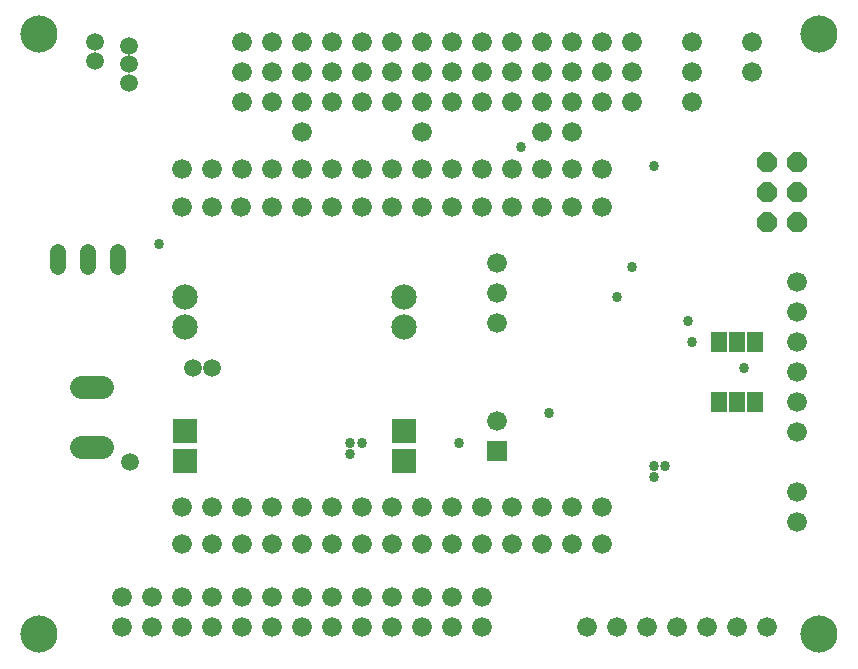
<source format=gbr>
G04 EAGLE Gerber RS-274X export*
G75*
%MOMM*%
%FSLAX34Y34*%
%LPD*%
%INSoldermask Bottom*%
%IPPOS*%
%AMOC8*
5,1,8,0,0,1.08239X$1,22.5*%
G01*
%ADD10C,3.149600*%
%ADD11C,1.943100*%
%ADD12C,1.371600*%
%ADD13C,1.676400*%
%ADD14P,1.814519X8X112.500000*%
%ADD15R,1.676400X1.676400*%
%ADD16C,2.152400*%
%ADD17R,2.152400X2.152400*%
%ADD18R,1.320800X1.752600*%
%ADD19C,1.502400*%
%ADD20C,0.858000*%


D10*
X19050Y527050D03*
X19050Y19050D03*
X679450Y19050D03*
X679450Y527050D03*
D11*
X72454Y228600D02*
X54547Y228600D01*
X54547Y177800D02*
X72454Y177800D01*
D12*
X34925Y330454D02*
X34925Y342646D01*
X85725Y342646D02*
X85725Y330454D01*
X60325Y330454D02*
X60325Y342646D01*
D13*
X215900Y520700D03*
X215900Y495300D03*
X215900Y469900D03*
X266700Y520700D03*
X266700Y495300D03*
X266700Y469900D03*
X317500Y520700D03*
X317500Y495300D03*
X317500Y469900D03*
X368300Y520700D03*
X368300Y495300D03*
X368300Y469900D03*
X495300Y520700D03*
X495300Y495300D03*
X495300Y469900D03*
X571500Y520700D03*
X571500Y495300D03*
X571500Y469900D03*
X660400Y139700D03*
X660400Y114300D03*
X342900Y25400D03*
X342900Y50800D03*
X139700Y25400D03*
X139700Y50800D03*
X88900Y25400D03*
X88900Y50800D03*
X114300Y25400D03*
X114300Y50800D03*
X190500Y25400D03*
X190500Y50800D03*
X241300Y25400D03*
X241300Y50800D03*
D14*
X660400Y368300D03*
X635000Y368300D03*
X660400Y393700D03*
X635000Y393700D03*
X660400Y419100D03*
X635000Y419100D03*
D13*
X139700Y127000D03*
X190500Y127000D03*
X215900Y127000D03*
X241300Y127000D03*
X266700Y127000D03*
X292100Y127000D03*
X317500Y127000D03*
X342900Y127000D03*
X368300Y127000D03*
X393700Y127000D03*
X419100Y127000D03*
X444500Y127000D03*
X469900Y127000D03*
X495300Y127000D03*
X139700Y381000D03*
X165100Y381000D03*
X190400Y381000D03*
X215900Y381000D03*
X241300Y381000D03*
X266700Y381000D03*
X292100Y381000D03*
X317500Y381000D03*
X342900Y381000D03*
X368300Y381000D03*
X393700Y381000D03*
X419100Y381000D03*
X444500Y381000D03*
X469900Y381000D03*
X495300Y381000D03*
X165100Y127000D03*
X292100Y520700D03*
X292100Y495300D03*
X292100Y469900D03*
X292100Y25400D03*
X292100Y50800D03*
X317500Y25400D03*
X317500Y50800D03*
X393700Y25400D03*
X393700Y50800D03*
X368300Y25400D03*
X368300Y50800D03*
X165100Y25400D03*
X165100Y50800D03*
X266700Y25400D03*
X266700Y50800D03*
X215900Y25400D03*
X215900Y50800D03*
D15*
X406400Y174625D03*
D13*
X406400Y200025D03*
X406400Y282575D03*
X406400Y307975D03*
X406400Y333375D03*
D16*
X142240Y304350D03*
D17*
X142240Y165550D03*
D16*
X327660Y304350D03*
X142240Y278950D03*
X327660Y278950D03*
D17*
X142240Y190950D03*
X327660Y165550D03*
X327660Y190950D03*
D13*
X482600Y25400D03*
X508000Y25400D03*
X533400Y25400D03*
X558800Y25400D03*
X584200Y25400D03*
X609600Y25400D03*
X635000Y25400D03*
D18*
X594360Y266700D03*
X609600Y266700D03*
X624840Y266700D03*
X594360Y215900D03*
X609600Y215900D03*
X624840Y215900D03*
D13*
X660400Y317500D03*
X660400Y292100D03*
X660400Y266700D03*
X660400Y241300D03*
X660400Y215900D03*
X660400Y190500D03*
X622300Y520700D03*
X622300Y495300D03*
X469900Y520700D03*
X469900Y495300D03*
X469900Y469900D03*
X469900Y444500D03*
X342900Y520700D03*
X342900Y495300D03*
X342900Y469900D03*
X342900Y444500D03*
X393700Y520700D03*
X393700Y495300D03*
X393700Y469900D03*
X139700Y95250D03*
X165100Y95250D03*
X190500Y95250D03*
X215900Y95250D03*
X241300Y95250D03*
X266700Y95250D03*
X292100Y95250D03*
X317500Y95250D03*
X342900Y95250D03*
X368300Y95250D03*
X393700Y95250D03*
X419100Y95250D03*
X444500Y95250D03*
X469900Y95250D03*
X495300Y95250D03*
X139700Y412750D03*
X165100Y412750D03*
X190500Y412750D03*
X215900Y412750D03*
X241300Y412750D03*
X266700Y412750D03*
X292100Y412750D03*
X317500Y412750D03*
X342900Y412750D03*
X368300Y412750D03*
X393700Y412750D03*
X419100Y412750D03*
X444500Y412750D03*
X469900Y412750D03*
X495300Y412750D03*
X520700Y520700D03*
X520700Y495300D03*
X520700Y469900D03*
X444500Y520700D03*
X444500Y495300D03*
X444500Y469900D03*
X444500Y444500D03*
X419100Y520700D03*
X419100Y495300D03*
X419100Y469900D03*
X241300Y520700D03*
X241300Y495300D03*
X241300Y469900D03*
X241300Y444500D03*
X190500Y520700D03*
X190500Y495300D03*
X190500Y469900D03*
D19*
X165100Y244475D03*
X149225Y244475D03*
D20*
X615950Y244602D03*
X282575Y180975D03*
X549275Y161925D03*
X539750Y161925D03*
X292100Y180975D03*
X282575Y171450D03*
X539750Y152400D03*
X539750Y415925D03*
D19*
X95250Y485775D03*
X95250Y501650D03*
X95250Y517525D03*
X66675Y520700D03*
X66675Y504825D03*
D20*
X120650Y349250D03*
X426720Y431800D03*
X520725Y330200D03*
X508109Y304692D03*
X568727Y284861D03*
X571500Y266700D03*
X450850Y206375D03*
X374650Y180975D03*
D19*
X96266Y165100D03*
M02*

</source>
